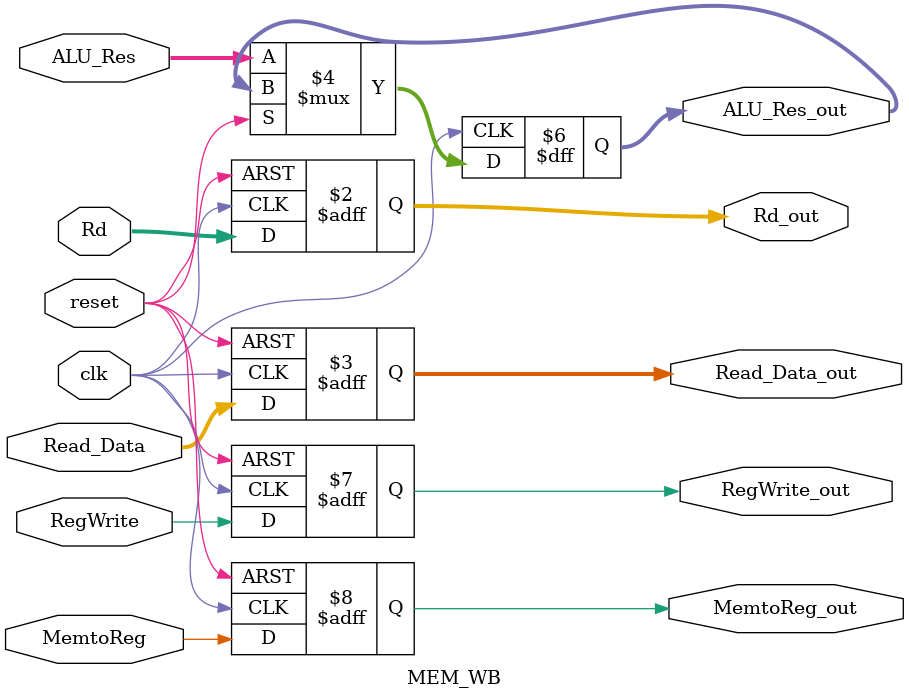
<source format=v>
module MEM_WB
  (
    //inputs
    input [4:0] Rd,			 
    input [63:0] Read_Data,  
    input [63:0] ALU_Res,    

    //control signals
    input RegWrite, 		
	input MemtoReg, 		

    input clk,     			 
  	input reset, 			 

    //outputs
    output reg [4:0] Rd_out,
    output reg [63:0] Read_Data_out, 
    output reg [63:0] ALU_Res_out,

    //control signals
    output reg RegWrite_out,
	output reg MemtoReg_out
  );


   always @(posedge reset, posedge clk)
    begin
      if (reset)
        begin
          Rd_out <= 0;
          Read_Data_out <= 0; 
          RegWrite_out <= 0;
          MemtoReg_out <= 0;
        end
		
      else 
        begin
          Rd_out <= Rd;
          Read_Data_out <= Read_Data;
          ALU_Res_out <= ALU_Res; 
          RegWrite_out <= RegWrite;
          MemtoReg_out <= MemtoReg;
        end
    end
endmodule
</source>
